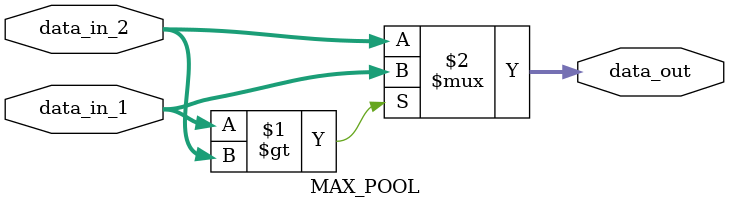
<source format=v>
module MAX_POOL #(
    parameter DATA_WIDTH = 8
) (
    input  [DATA_WIDTH*2 - 1 : 0] data_in_1, 
    input  [DATA_WIDTH*2 - 1 : 0] data_in_2, 
    output [DATA_WIDTH*2 - 1 : 0] data_out  
);

    assign data_out = ($signed(data_in_1) > $signed(data_in_2)) ? data_in_1 : data_in_2;

endmodule
</source>
